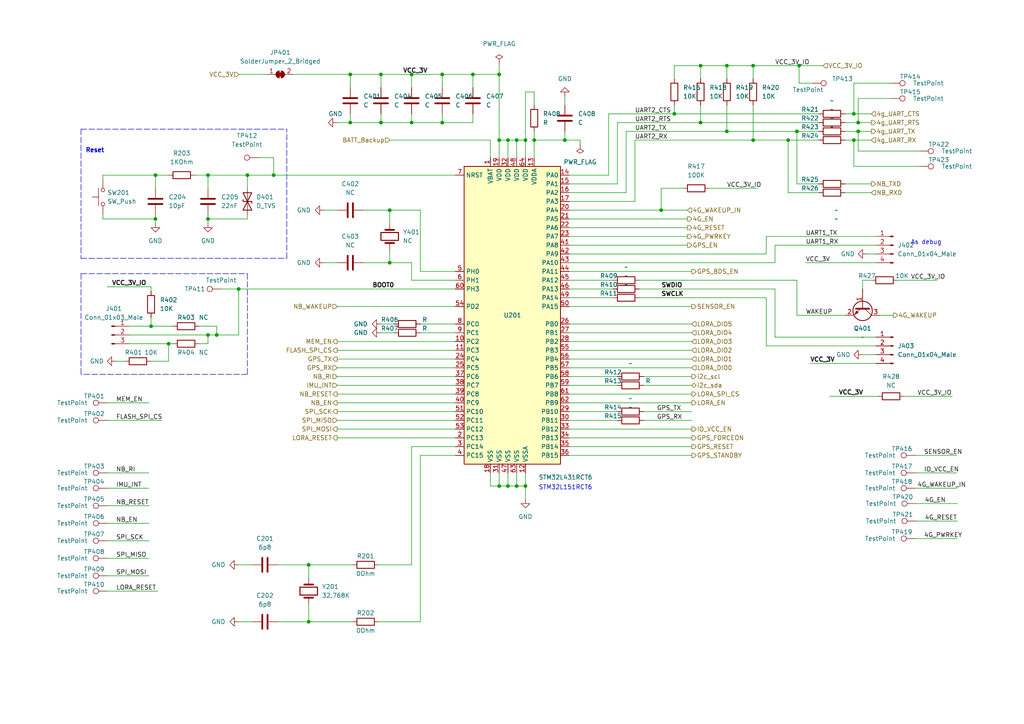
<source format=kicad_sch>
(kicad_sch (version 20211123) (generator eeschema)
  (paper "A4")
  (lib_symbols
    (symbol "Connector:Conn_01x03_Male" (pin_names (offset 1.016) hide)
      (property "Reference" "J" (at 0 5.08 0))
      (property "Value" "Conn_01x03_Male" (at 0 -5.08 0))
      (symbol "Conn_01x03_Male_1_1"
        (polyline (pts (xy 1.27 -2.54) (xy 0.8636 -2.54)) (stroke (width 0.1524)))
        (polyline (pts (xy 1.27 0) (xy 0.8636 0)) (stroke (width 0.1524)))
        (polyline (pts (xy 1.27 2.54) (xy 0.8636 2.54)) (stroke (width 0.1524)))
        (rectangle (start 0.8636 -2.413) (end 0 -2.667) (stroke (width 0.1524)) (fill (type outline)))
        (rectangle (start 0.8636 0.127) (end 0 -0.127) (stroke (width 0.1524)) (fill (type outline)))
        (rectangle (start 0.8636 2.667) (end 0 2.413) (stroke (width 0.1524)) (fill (type outline)))
        (pin passive line (at 5.08 2.54 180) (length 3.81) (name "Pin_1") (number "1"))
        (pin passive line (at 5.08 0 180) (length 3.81) (name "Pin_2") (number "2"))
        (pin passive line (at 5.08 -2.54 180) (length 3.81) (name "Pin_3") (number "3"))
      )
    )
    (symbol "Connector:Conn_01x04_Male" (pin_names (offset 1.016) hide)
      (property "Reference" "J" (at 0 5.08 0))
      (property "Value" "Conn_01x04_Male" (at 0 -7.62 0))
      (symbol "Conn_01x04_Male_1_1"
        (polyline (pts (xy 1.27 -5.08) (xy 0.8636 -5.08)) (stroke (width 0.1524)))
        (polyline (pts (xy 1.27 -2.54) (xy 0.8636 -2.54)) (stroke (width 0.1524)))
        (polyline (pts (xy 1.27 0) (xy 0.8636 0)) (stroke (width 0.1524)))
        (polyline (pts (xy 1.27 2.54) (xy 0.8636 2.54)) (stroke (width 0.1524)))
        (rectangle (start 0.8636 -4.953) (end 0 -5.207) (stroke (width 0.1524)) (fill (type outline)))
        (rectangle (start 0.8636 -2.413) (end 0 -2.667) (stroke (width 0.1524)) (fill (type outline)))
        (rectangle (start 0.8636 0.127) (end 0 -0.127) (stroke (width 0.1524)) (fill (type outline)))
        (rectangle (start 0.8636 2.667) (end 0 2.413) (stroke (width 0.1524)) (fill (type outline)))
        (pin passive line (at 5.08 2.54 180) (length 3.81) (name "Pin_1") (number "1"))
        (pin passive line (at 5.08 0 180) (length 3.81) (name "Pin_2") (number "2"))
        (pin passive line (at 5.08 -2.54 180) (length 3.81) (name "Pin_3") (number "3"))
        (pin passive line (at 5.08 -5.08 180) (length 3.81) (name "Pin_4") (number "4"))
      )
    )
    (symbol "Connector:TestPoint" (pin_numbers hide) (pin_names (offset 0.762) hide)
      (property "Reference" "TP" (at 0 6.858 0))
      (property "Value" "TestPoint" (at 0 5.08 0))
      (symbol "TestPoint_0_1"
        (circle (center 0 3.302) (radius 0.762))
      )
      (symbol "TestPoint_1_1"
        (pin passive line (at 0 0 90) (length 2.54) (name "1") (number "1"))
      )
    )
    (symbol "Device:C" (pin_numbers hide) (pin_names (offset 0.254))
      (property "Reference" "C" (at 0.635 2.54 0))
      (property "Value" "C" (at 0.635 -2.54 0))
      (symbol "C_0_1"
        (polyline (pts (xy -2.032 -0.762) (xy 2.032 -0.762)) (stroke (width 0.508)))
        (polyline (pts (xy -2.032 0.762) (xy 2.032 0.762)) (stroke (width 0.508)))
      )
      (symbol "C_1_1"
        (pin passive line (at 0 3.81 270) (length 2.794) (name "~") (number "1"))
        (pin passive line (at 0 -3.81 90) (length 2.794) (name "~") (number "2"))
      )
    )
    (symbol "Device:Crystal" (pin_numbers hide) (pin_names (offset 1.016) hide)
      (property "Reference" "Y" (at 0 3.81 0))
      (property "Value" "Crystal" (at 0 -3.81 0))
      (symbol "Crystal_0_1"
        (rectangle (start -1.143 2.54) (end 1.143 -2.54) (stroke (width 0.3048)))
        (polyline (pts (xy -2.54 0) (xy -1.905 0)))
        (polyline (pts (xy -1.905 -1.27) (xy -1.905 1.27)) (stroke (width 0.508)))
        (polyline (pts (xy 1.905 -1.27) (xy 1.905 1.27)) (stroke (width 0.508)))
        (polyline (pts (xy 2.54 0) (xy 1.905 0)))
      )
      (symbol "Crystal_1_1"
        (pin passive line (at -3.81 0 0) (length 1.27) (name "1") (number "1"))
        (pin passive line (at 3.81 0 180) (length 1.27) (name "2") (number "2"))
      )
    )
    (symbol "Device:D_TVS" (pin_numbers hide) (pin_names (offset 1.016) hide)
      (property "Reference" "D" (at 0 2.54 0))
      (property "Value" "D_TVS" (at 0 -2.54 0))
      (symbol "D_TVS_0_1"
        (polyline (pts (xy 1.27 0) (xy -1.27 0)))
        (polyline (pts (xy 0.508 1.27) (xy 0 1.27) (xy 0 -1.27) (xy -0.508 -1.27)) (stroke (width 0.254)))
        (polyline (pts (xy -2.54 1.27) (xy -2.54 -1.27) (xy 2.54 1.27) (xy 2.54 -1.27) (xy -2.54 1.27)) (stroke (width 0.254)))
      )
      (symbol "D_TVS_1_1"
        (pin passive line (at -3.81 0 0) (length 2.54) (name "A1") (number "1"))
        (pin passive line (at 3.81 0 180) (length 2.54) (name "A2") (number "2"))
      )
    )
    (symbol "Device:R" (pin_numbers hide) (pin_names (offset 0))
      (property "Reference" "R" (at 2.032 0 90))
      (property "Value" "R" (at 0 0 90))
      (symbol "R_0_1"
        (rectangle (start -1.016 -2.54) (end 1.016 2.54) (stroke (width 0.254)))
      )
      (symbol "R_1_1"
        (pin passive line (at 0 3.81 270) (length 1.27) (name "~") (number "1"))
        (pin passive line (at 0 -3.81 90) (length 1.27) (name "~") (number "2"))
      )
    )
    (symbol "Jumper:SolderJumper_2_Bridged" (pin_names (offset 0) hide)
      (property "Reference" "JP" (at 0 2.032 0))
      (property "Value" "SolderJumper_2_Bridged" (at 0 -2.54 0))
      (symbol "SolderJumper_2_Bridged_0_1"
        (rectangle (start -0.508 0.508) (end 0.508 -0.508) (fill (type outline)))
        (arc (start -0.254 1.016) (mid -1.27 0) (end -0.254 -1.016))
        (arc (start -0.254 1.016) (mid -1.27 0) (end -0.254 -1.016) (fill (type outline)))
        (polyline (pts (xy -0.254 1.016) (xy -0.254 -1.016)))
        (polyline (pts (xy 0.254 1.016) (xy 0.254 -1.016)))
        (arc (start 0.254 -1.016) (mid 1.27 0) (end 0.254 1.016))
        (arc (start 0.254 -1.016) (mid 1.27 0) (end 0.254 1.016) (fill (type outline)))
      )
      (symbol "SolderJumper_2_Bridged_1_1"
        (pin passive line (at -3.81 0 0) (length 2.54) (name "A") (number "1"))
        (pin passive line (at 3.81 0 180) (length 2.54) (name "B") (number "2"))
      )
    )
    (symbol "MCU_ST_STM32L4:STM32L431RCTx"
      (property "Reference" "U" (at -15.24 44.45 0))
      (property "Value" "STM32L431RCTx" (at 7.62 44.45 0))
      (symbol "STM32L431RCTx_0_1"
        (rectangle (start -15.24 -43.18) (end 12.7 43.18) (stroke (width 0.254)) (fill (type background)))
      )
      (symbol "STM32L431RCTx_1_1"
        (pin power_in line (at -7.62 45.72 270) (length 2.54) (name "VBAT") (number "1"))
        (pin bidirectional line (at -17.78 -7.62 0) (length 2.54) (name "PC2") (number "10"))
        (pin bidirectional line (at -17.78 -10.16 0) (length 2.54) (name "PC3") (number "11"))
        (pin power_in line (at 2.54 -45.72 90) (length 2.54) (name "VSSA") (number "12"))
        (pin power_in line (at 5.08 45.72 270) (length 2.54) (name "VDDA") (number "13"))
        (pin bidirectional line (at 15.24 40.64 180) (length 2.54) (name "PA0") (number "14"))
        (pin bidirectional line (at 15.24 38.1 180) (length 2.54) (name "PA1") (number "15"))
        (pin bidirectional line (at 15.24 35.56 180) (length 2.54) (name "PA2") (number "16"))
        (pin bidirectional line (at 15.24 33.02 180) (length 2.54) (name "PA3") (number "17"))
        (pin power_in line (at -7.62 -45.72 90) (length 2.54) (name "VSS") (number "18"))
        (pin power_in line (at -5.08 45.72 270) (length 2.54) (name "VDD") (number "19"))
        (pin bidirectional line (at -17.78 -35.56 0) (length 2.54) (name "PC13") (number "2"))
        (pin bidirectional line (at 15.24 30.48 180) (length 2.54) (name "PA4") (number "20"))
        (pin bidirectional line (at 15.24 27.94 180) (length 2.54) (name "PA5") (number "21"))
        (pin bidirectional line (at 15.24 25.4 180) (length 2.54) (name "PA6") (number "22"))
        (pin bidirectional line (at 15.24 22.86 180) (length 2.54) (name "PA7") (number "23"))
        (pin bidirectional line (at -17.78 -12.7 0) (length 2.54) (name "PC4") (number "24"))
        (pin bidirectional line (at -17.78 -15.24 0) (length 2.54) (name "PC5") (number "25"))
        (pin bidirectional line (at 15.24 -2.54 180) (length 2.54) (name "PB0") (number "26"))
        (pin bidirectional line (at 15.24 -5.08 180) (length 2.54) (name "PB1") (number "27"))
        (pin bidirectional line (at 15.24 -7.62 180) (length 2.54) (name "PB2") (number "28"))
        (pin bidirectional line (at 15.24 -27.94 180) (length 2.54) (name "PB10") (number "29"))
        (pin bidirectional line (at -17.78 -38.1 0) (length 2.54) (name "PC14") (number "3"))
        (pin bidirectional line (at 15.24 -30.48 180) (length 2.54) (name "PB11") (number "30"))
        (pin power_in line (at -5.08 -45.72 90) (length 2.54) (name "VSS") (number "31"))
        (pin power_in line (at -2.54 45.72 270) (length 2.54) (name "VDD") (number "32"))
        (pin bidirectional line (at 15.24 -33.02 180) (length 2.54) (name "PB12") (number "33"))
        (pin bidirectional line (at 15.24 -35.56 180) (length 2.54) (name "PB13") (number "34"))
        (pin bidirectional line (at 15.24 -38.1 180) (length 2.54) (name "PB14") (number "35"))
        (pin bidirectional line (at 15.24 -40.64 180) (length 2.54) (name "PB15") (number "36"))
        (pin bidirectional line (at -17.78 -17.78 0) (length 2.54) (name "PC6") (number "37"))
        (pin bidirectional line (at -17.78 -20.32 0) (length 2.54) (name "PC7") (number "38"))
        (pin bidirectional line (at -17.78 -22.86 0) (length 2.54) (name "PC8") (number "39"))
        (pin bidirectional line (at -17.78 -40.64 0) (length 2.54) (name "PC15") (number "4"))
        (pin bidirectional line (at -17.78 -25.4 0) (length 2.54) (name "PC9") (number "40"))
        (pin bidirectional line (at 15.24 20.32 180) (length 2.54) (name "PA8") (number "41"))
        (pin bidirectional line (at 15.24 17.78 180) (length 2.54) (name "PA9") (number "42"))
        (pin bidirectional line (at 15.24 15.24 180) (length 2.54) (name "PA10") (number "43"))
        (pin bidirectional line (at 15.24 12.7 180) (length 2.54) (name "PA11") (number "44"))
        (pin bidirectional line (at 15.24 10.16 180) (length 2.54) (name "PA12") (number "45"))
        (pin bidirectional line (at 15.24 7.62 180) (length 2.54) (name "PA13") (number "46"))
        (pin power_in line (at -2.54 -45.72 90) (length 2.54) (name "VSS") (number "47"))
        (pin power_in line (at 0 45.72 270) (length 2.54) (name "VDD") (number "48"))
        (pin bidirectional line (at 15.24 5.08 180) (length 2.54) (name "PA14") (number "49"))
        (pin input line (at -17.78 12.7 0) (length 2.54) (name "PH0") (number "5"))
        (pin bidirectional line (at 15.24 2.54 180) (length 2.54) (name "PA15") (number "50"))
        (pin bidirectional line (at -17.78 -27.94 0) (length 2.54) (name "PC10") (number "51"))
        (pin bidirectional line (at -17.78 -30.48 0) (length 2.54) (name "PC11") (number "52"))
        (pin bidirectional line (at -17.78 -33.02 0) (length 2.54) (name "PC12") (number "53"))
        (pin bidirectional line (at -17.78 2.54 0) (length 2.54) (name "PD2") (number "54"))
        (pin bidirectional line (at 15.24 -10.16 180) (length 2.54) (name "PB3") (number "55"))
        (pin bidirectional line (at 15.24 -12.7 180) (length 2.54) (name "PB4") (number "56"))
        (pin bidirectional line (at 15.24 -15.24 180) (length 2.54) (name "PB5") (number "57"))
        (pin bidirectional line (at 15.24 -17.78 180) (length 2.54) (name "PB6") (number "58"))
        (pin bidirectional line (at 15.24 -20.32 180) (length 2.54) (name "PB7") (number "59"))
        (pin input line (at -17.78 10.16 0) (length 2.54) (name "PH1") (number "6"))
        (pin bidirectional line (at -17.78 7.62 0) (length 2.54) (name "PH3") (number "60"))
        (pin bidirectional line (at 15.24 -22.86 180) (length 2.54) (name "PB8") (number "61"))
        (pin bidirectional line (at 15.24 -25.4 180) (length 2.54) (name "PB9") (number "62"))
        (pin power_in line (at 0 -45.72 90) (length 2.54) (name "VSS") (number "63"))
        (pin power_in line (at 2.54 45.72 270) (length 2.54) (name "VDD") (number "64"))
        (pin input line (at -17.78 40.64 0) (length 2.54) (name "NRST") (number "7"))
        (pin bidirectional line (at -17.78 -2.54 0) (length 2.54) (name "PC0") (number "8"))
        (pin bidirectional line (at -17.78 -5.08 0) (length 2.54) (name "PC1") (number "9"))
      )
    )
    (symbol "Switch:SW_Push" (pin_numbers hide) (pin_names (offset 1.016) hide)
      (property "Reference" "SW" (at 1.27 2.54 0))
      (property "Value" "SW_Push" (at 0 -1.524 0))
      (symbol "SW_Push_0_1"
        (circle (center -2.032 0) (radius 0.508))
        (polyline (pts (xy 0 1.27) (xy 0 3.048)))
        (polyline (pts (xy 2.54 1.27) (xy -2.54 1.27)))
        (circle (center 2.032 0) (radius 0.508))
        (pin passive line (at -5.08 0 0) (length 2.54) (name "1") (number "1"))
        (pin passive line (at 5.08 0 180) (length 2.54) (name "2") (number "2"))
      )
    )
    (symbol "Transistor_BJT:MMBT3904" (pin_names (offset 0) hide)
      (property "Reference" "Q" (at 5.08 1.905 0))
      (property "Value" "MMBT3904" (at 5.08 0 0))
      (symbol "MMBT3904_0_1"
        (polyline (pts (xy 0.635 0.635) (xy 2.54 2.54)))
        (polyline (pts (xy 0.635 -0.635) (xy 2.54 -2.54) (xy 2.54 -2.54)))
        (polyline (pts (xy 0.635 1.905) (xy 0.635 -1.905) (xy 0.635 -1.905)) (stroke (width 0.508)))
        (polyline (pts (xy 1.27 -1.778) (xy 1.778 -1.27) (xy 2.286 -2.286) (xy 1.27 -1.778) (xy 1.27 -1.778)) (fill (type outline)))
        (circle (center 1.27 0) (radius 2.8194) (stroke (width 0.254)))
      )
      (symbol "MMBT3904_1_1"
        (pin input line (at -5.08 0 0) (length 5.715) (name "B") (number "1"))
        (pin passive line (at 2.54 -5.08 90) (length 2.54) (name "E") (number "2"))
        (pin passive line (at 2.54 5.08 270) (length 2.54) (name "C") (number "3"))
      )
    )
    (symbol "power:GND" (power) (pin_names (offset 0))
      (property "Value" "GND" (at 0 -3.81 0))
      (symbol "GND_0_1"
        (polyline (pts (xy 0 0) (xy 0 -1.27) (xy 1.27 -1.27) (xy 0 -2.54) (xy -1.27 -1.27) (xy 0 -1.27)))
      )
      (symbol "GND_1_1"
        (pin power_in line (at 0 0 270) (length 0) hide (name "GND") (number "1"))
      )
    )
    (symbol "power:PWR_FLAG" (power) (pin_numbers hide) (pin_names (offset 0) hide)
      (property "Value" "PWR_FLAG" (at 0 3.81 0))
      (symbol "PWR_FLAG_0_0"
        (pin power_out line (at 0 0 90) (length 0) (name "pwr") (number "1"))
      )
      (symbol "PWR_FLAG_0_1"
        (polyline (pts (xy 0 0) (xy 0 1.27) (xy -1.016 1.905) (xy 0 2.54) (xy 1.016 1.905) (xy 0 1.27)))
      )
    )
  )
  (junction (at 43.815 94.615))
  (junction (at 210.82 19.05))
  (junction (at 62.865 97.155))
  (junction (at 231.775 19.05))
  (junction (at 144.78 40.64))
  (junction (at 152.4 40.64))
  (junction (at 119.38 35.56))
  (junction (at 248.92 38.1))
  (junction (at 144.78 21.59))
  (junction (at 149.86 40.64))
  (junction (at 144.78 140.97))
  (junction (at 203.2 19.05))
  (junction (at 218.44 19.05))
  (junction (at 60.325 63.5))
  (junction (at 45.085 50.8))
  (junction (at 101.6 21.59))
  (junction (at 149.86 140.97))
  (junction (at 110.49 35.56))
  (junction (at 191.77 60.96))
  (junction (at 195.58 33.02))
  (junction (at 60.325 97.155))
  (junction (at 137.16 21.59))
  (junction (at 113.03 60.96))
  (junction (at 231.14 38.1))
  (junction (at 48.895 99.695))
  (junction (at 69.215 83.82))
  (junction (at 60.325 50.8))
  (junction (at 163.83 40.64))
  (junction (at 228.6 40.64))
  (junction (at 247.65 40.64))
  (junction (at 247.65 33.02))
  (junction (at 147.32 140.97))
  (junction (at 128.27 21.59))
  (junction (at 110.49 21.59))
  (junction (at 79.375 50.8))
  (junction (at 89.535 163.83))
  (junction (at 89.535 180.34))
  (junction (at 45.085 63.5))
  (junction (at 147.32 40.64))
  (junction (at 71.755 50.8))
  (junction (at 101.6 35.56))
  (junction (at 210.82 38.1))
  (junction (at 203.2 35.56))
  (junction (at 128.27 35.56))
  (junction (at 113.03 76.2))
  (junction (at 248.92 35.56))
  (junction (at 119.38 21.59))
  (junction (at 154.94 40.64))
  (junction (at 218.44 40.64))
  (junction (at 152.4 140.97))
  (wire (pts (xy 119.38 35.56) (xy 110.49 35.56)))
  (wire (pts (xy 184.15 58.42) (xy 184.15 40.64)))
  (wire (pts (xy 119.38 21.59) (xy 119.38 25.4)))
  (wire (pts (xy 250.19 81.28) (xy 250.19 83.82)))
  (wire (pts (xy 210.82 22.86) (xy 210.82 19.05)))
  (wire (pts (xy 45.085 50.8) (xy 29.845 50.8)))
  (wire (pts (xy 258.445 28.575) (xy 248.92 28.575)))
  (wire (pts (xy 262.255 114.935) (xy 276.225 114.935)))
  (wire (pts (xy 85.09 21.59) (xy 101.6 21.59)))
  (wire (pts (xy 93.98 76.2) (xy 97.79 76.2)))
  (wire (pts (xy 110.49 93.98) (xy 114.3 93.98)))
  (wire (pts (xy 248.92 38.1) (xy 252.73 38.1)))
  (wire (pts (xy 97.79 109.22) (xy 132.08 109.22)))
  (wire (pts (xy 89.535 180.34) (xy 102.235 180.34)))
  (wire (pts (xy 60.325 99.695) (xy 60.325 97.155)))
  (polyline (pts (xy 71.755 108.585) (xy 23.495 108.585)))
  (wire (pts (xy 71.755 62.23) (xy 71.755 63.5)))
  (wire (pts (xy 165.1 119.38) (xy 179.07 119.38)))
  (wire (pts (xy 245.11 33.02) (xy 247.65 33.02)))
  (wire (pts (xy 97.79 127) (xy 132.08 127)))
  (wire (pts (xy 203.2 30.48) (xy 203.2 35.56)))
  (wire (pts (xy 228.6 40.64) (xy 237.49 40.64)))
  (wire (pts (xy 222.25 86.36) (xy 222.25 100.33)))
  (wire (pts (xy 97.79 104.14) (xy 132.08 104.14)))
  (wire (pts (xy 252.73 53.34) (xy 245.11 53.34)))
  (wire (pts (xy 165.1 53.34) (xy 179.07 53.34)))
  (wire (pts (xy 252.73 55.88) (xy 245.11 55.88)))
  (wire (pts (xy 152.4 26.67) (xy 152.4 40.64)))
  (wire (pts (xy 31.115 137.16) (xy 43.18 137.16)))
  (wire (pts (xy 109.855 163.83) (xy 119.38 163.83)))
  (wire (pts (xy 152.4 137.16) (xy 152.4 140.97)))
  (wire (pts (xy 121.92 180.34) (xy 121.92 132.08)))
  (wire (pts (xy 31.115 161.925) (xy 43.18 161.925)))
  (wire (pts (xy 48.895 50.8) (xy 45.085 50.8)))
  (wire (pts (xy 218.44 19.05) (xy 231.775 19.05)))
  (wire (pts (xy 224.79 71.12) (xy 254 71.12)))
  (wire (pts (xy 165.1 68.58) (xy 199.39 68.58)))
  (wire (pts (xy 60.325 62.23) (xy 60.325 63.5)))
  (wire (pts (xy 265.43 132.08) (xy 277.495 132.08)))
  (wire (pts (xy 163.83 38.1) (xy 163.83 40.64)))
  (wire (pts (xy 43.815 94.615) (xy 37.465 94.615)))
  (wire (pts (xy 110.49 21.59) (xy 110.49 25.4)))
  (wire (pts (xy 128.27 35.56) (xy 119.38 35.56)))
  (wire (pts (xy 228.6 40.64) (xy 228.6 55.88)))
  (wire (pts (xy 231.14 81.28) (xy 231.14 91.44)))
  (wire (pts (xy 128.27 33.02) (xy 128.27 35.56)))
  (wire (pts (xy 119.38 33.02) (xy 119.38 35.56)))
  (wire (pts (xy 149.86 45.72) (xy 149.86 40.64)))
  (wire (pts (xy 176.53 50.8) (xy 176.53 33.02)))
  (wire (pts (xy 132.08 81.28) (xy 119.38 81.28)))
  (wire (pts (xy 237.49 55.88) (xy 228.6 55.88)))
  (wire (pts (xy 149.86 140.97) (xy 152.4 140.97)))
  (wire (pts (xy 154.94 40.64) (xy 154.94 45.72)))
  (wire (pts (xy 195.58 19.05) (xy 195.58 22.86)))
  (wire (pts (xy 71.755 50.8) (xy 60.325 50.8)))
  (wire (pts (xy 97.79 111.76) (xy 132.08 111.76)))
  (wire (pts (xy 31.115 121.92) (xy 46.99 121.92)))
  (wire (pts (xy 113.03 60.96) (xy 121.92 60.96)))
  (polyline (pts (xy 23.495 37.465) (xy 83.185 37.465)))
  (wire (pts (xy 43.815 84.455) (xy 43.815 83.185)))
  (wire (pts (xy 48.895 104.775) (xy 43.815 104.775)))
  (wire (pts (xy 31.115 171.45) (xy 45.72 171.45)))
  (polyline (pts (xy 23.495 74.93) (xy 83.185 74.93)))
  (wire (pts (xy 210.82 38.1) (xy 231.14 38.1)))
  (wire (pts (xy 152.4 40.64) (xy 149.86 40.64)))
  (wire (pts (xy 110.49 21.59) (xy 119.38 21.59)))
  (wire (pts (xy 80.645 180.34) (xy 89.535 180.34)))
  (wire (pts (xy 74.93 45.72) (xy 79.375 45.72)))
  (wire (pts (xy 62.865 97.155) (xy 69.215 97.155)))
  (wire (pts (xy 165.1 106.68) (xy 200.66 106.68)))
  (wire (pts (xy 69.215 21.59) (xy 77.47 21.59)))
  (wire (pts (xy 29.845 63.5) (xy 45.085 63.5)))
  (wire (pts (xy 165.1 63.5) (xy 199.39 63.5)))
  (wire (pts (xy 165.1 81.28) (xy 177.8 81.28)))
  (wire (pts (xy 258.445 24.13) (xy 247.65 24.13)))
  (wire (pts (xy 165.1 99.06) (xy 200.66 99.06)))
  (wire (pts (xy 265.6552 151.13) (xy 277.7202 151.13)))
  (wire (pts (xy 137.16 21.59) (xy 137.16 25.4)))
  (wire (pts (xy 248.92 28.575) (xy 248.92 35.56)))
  (wire (pts (xy 121.92 96.52) (xy 132.08 96.52)))
  (wire (pts (xy 255.27 91.44) (xy 259.08 91.44)))
  (wire (pts (xy 119.38 129.54) (xy 132.08 129.54)))
  (wire (pts (xy 71.755 50.8) (xy 79.375 50.8)))
  (wire (pts (xy 113.03 76.2) (xy 113.03 72.39)))
  (wire (pts (xy 31.115 141.605) (xy 43.18 141.605)))
  (wire (pts (xy 36.195 104.775) (xy 33.655 104.775)))
  (wire (pts (xy 29.845 62.23) (xy 29.845 63.5)))
  (wire (pts (xy 165.1 116.84) (xy 200.66 116.84)))
  (wire (pts (xy 89.535 163.83) (xy 102.235 163.83)))
  (wire (pts (xy 165.1 88.9) (xy 200.66 88.9)))
  (wire (pts (xy 154.94 38.1) (xy 154.94 40.64)))
  (wire (pts (xy 45.085 63.5) (xy 45.085 64.77)))
  (wire (pts (xy 57.785 94.615) (xy 62.865 94.615)))
  (wire (pts (xy 222.25 100.33) (xy 254 100.33)))
  (wire (pts (xy 186.69 119.38) (xy 200.66 119.38)))
  (wire (pts (xy 149.86 40.64) (xy 147.32 40.64)))
  (wire (pts (xy 165.1 129.54) (xy 200.66 129.54)))
  (wire (pts (xy 248.92 43.815) (xy 248.92 38.1)))
  (wire (pts (xy 60.325 97.155) (xy 37.465 97.155)))
  (wire (pts (xy 191.77 54.61) (xy 198.12 54.61)))
  (wire (pts (xy 60.325 50.8) (xy 60.325 54.61)))
  (wire (pts (xy 69.215 180.34) (xy 73.025 180.34)))
  (wire (pts (xy 144.78 137.16) (xy 144.78 140.97)))
  (wire (pts (xy 97.79 124.46) (xy 132.08 124.46)))
  (wire (pts (xy 93.98 60.96) (xy 97.79 60.96)))
  (wire (pts (xy 233.68 76.2) (xy 254 76.2)))
  (polyline (pts (xy 83.185 74.93) (xy 83.185 37.465)))
  (wire (pts (xy 149.86 137.16) (xy 149.86 140.97)))
  (wire (pts (xy 154.94 30.48) (xy 154.94 26.67)))
  (wire (pts (xy 218.44 19.05) (xy 218.44 22.86)))
  (wire (pts (xy 165.1 124.46) (xy 200.66 124.46)))
  (wire (pts (xy 191.77 60.96) (xy 199.39 60.96)))
  (wire (pts (xy 144.78 45.72) (xy 144.78 40.64)))
  (wire (pts (xy 128.27 21.59) (xy 128.27 25.4)))
  (wire (pts (xy 110.49 96.52) (xy 114.3 96.52)))
  (wire (pts (xy 248.92 35.56) (xy 252.73 35.56)))
  (wire (pts (xy 37.465 99.695) (xy 48.895 99.695)))
  (wire (pts (xy 79.375 45.72) (xy 79.375 50.8)))
  (wire (pts (xy 210.82 19.05) (xy 203.2 19.05)))
  (wire (pts (xy 97.79 114.3) (xy 132.08 114.3)))
  (wire (pts (xy 147.32 140.97) (xy 149.86 140.97)))
  (wire (pts (xy 105.41 60.96) (xy 113.03 60.96)))
  (wire (pts (xy 165.1 96.52) (xy 200.66 96.52)))
  (wire (pts (xy 31.115 83.185) (xy 43.815 83.185)))
  (wire (pts (xy 235.585 24.13) (xy 231.775 24.13)))
  (wire (pts (xy 210.82 30.48) (xy 210.82 38.1)))
  (wire (pts (xy 247.65 48.26) (xy 247.65 40.64)))
  (wire (pts (xy 237.49 53.34) (xy 231.14 53.34)))
  (wire (pts (xy 186.69 121.92) (xy 200.66 121.92)))
  (wire (pts (xy 234.95 105.41) (xy 254 105.41)))
  (wire (pts (xy 218.44 40.64) (xy 228.6 40.64)))
  (wire (pts (xy 265.43 141.605) (xy 277.495 141.605)))
  (wire (pts (xy 176.53 33.02) (xy 195.58 33.02)))
  (wire (pts (xy 165.1 83.82) (xy 177.8 83.82)))
  (wire (pts (xy 121.92 132.08) (xy 132.08 132.08)))
  (wire (pts (xy 137.16 35.56) (xy 128.27 35.56)))
  (wire (pts (xy 121.92 93.98) (xy 132.08 93.98)))
  (wire (pts (xy 62.865 97.155) (xy 60.325 97.155)))
  (wire (pts (xy 31.115 167.005) (xy 43.18 167.005)))
  (wire (pts (xy 165.1 127) (xy 200.66 127)))
  (wire (pts (xy 80.645 163.83) (xy 89.535 163.83)))
  (wire (pts (xy 165.1 50.8) (xy 176.53 50.8)))
  (polyline (pts (xy 23.495 37.465) (xy 23.495 74.93)))
  (wire (pts (xy 224.79 97.79) (xy 254 97.79)))
  (wire (pts (xy 247.65 33.02) (xy 252.73 33.02)))
  (wire (pts (xy 245.11 35.56) (xy 248.92 35.56)))
  (wire (pts (xy 144.78 140.97) (xy 147.32 140.97)))
  (wire (pts (xy 165.1 60.96) (xy 191.77 60.96)))
  (wire (pts (xy 79.375 50.8) (xy 132.08 50.8)))
  (wire (pts (xy 163.83 40.64) (xy 154.94 40.64)))
  (wire (pts (xy 144.78 18.415) (xy 144.78 21.59)))
  (wire (pts (xy 165.1 66.04) (xy 199.39 66.04)))
  (wire (pts (xy 31.115 146.685) (xy 43.18 146.685)))
  (wire (pts (xy 154.94 26.67) (xy 152.4 26.67)))
  (wire (pts (xy 89.535 175.26) (xy 89.535 180.34)))
  (wire (pts (xy 203.2 35.56) (xy 237.49 35.56)))
  (wire (pts (xy 105.41 76.2) (xy 113.03 76.2)))
  (wire (pts (xy 69.215 83.82) (xy 132.08 83.82)))
  (wire (pts (xy 184.15 40.64) (xy 218.44 40.64)))
  (wire (pts (xy 231.14 38.1) (xy 237.49 38.1)))
  (wire (pts (xy 119.38 81.28) (xy 119.38 76.2)))
  (wire (pts (xy 163.83 27.94) (xy 163.83 30.48)))
  (wire (pts (xy 266.7 48.26) (xy 247.65 48.26)))
  (wire (pts (xy 57.785 99.695) (xy 60.325 99.695)))
  (wire (pts (xy 43.815 92.075) (xy 43.815 94.615)))
  (wire (pts (xy 147.32 137.16) (xy 147.32 140.97)))
  (wire (pts (xy 119.38 21.59) (xy 128.27 21.59)))
  (wire (pts (xy 254.635 114.935) (xy 240.665 114.935)))
  (wire (pts (xy 60.325 63.5) (xy 71.755 63.5)))
  (wire (pts (xy 142.24 140.97) (xy 144.78 140.97)))
  (wire (pts (xy 165.1 78.74) (xy 200.66 78.74)))
  (wire (pts (xy 137.16 21.59) (xy 144.78 21.59)))
  (wire (pts (xy 222.25 68.58) (xy 254 68.58)))
  (wire (pts (xy 165.1 86.36) (xy 177.8 86.36)))
  (wire (pts (xy 231.14 38.1) (xy 231.14 53.34)))
  (polyline (pts (xy 71.755 79.375) (xy 71.755 108.585)))
  (wire (pts (xy 60.325 63.5) (xy 60.325 64.77)))
  (wire (pts (xy 247.65 40.64) (xy 252.73 40.64)))
  (wire (pts (xy 97.79 99.06) (xy 132.08 99.06)))
  (wire (pts (xy 191.77 60.96) (xy 191.77 54.61)))
  (wire (pts (xy 218.44 30.48) (xy 218.44 40.64)))
  (wire (pts (xy 250.19 102.87) (xy 254 102.87)))
  (wire (pts (xy 121.92 180.34) (xy 109.855 180.34)))
  (wire (pts (xy 31.115 156.845) (xy 43.18 156.845)))
  (wire (pts (xy 137.16 33.02) (xy 137.16 35.56)))
  (wire (pts (xy 147.32 45.72) (xy 147.32 40.64)))
  (wire (pts (xy 165.1 132.08) (xy 200.66 132.08)))
  (wire (pts (xy 45.085 62.23) (xy 45.085 63.5)))
  (wire (pts (xy 113.03 60.96) (xy 113.03 64.77)))
  (wire (pts (xy 265.43 156.21) (xy 277.495 156.21)))
  (wire (pts (xy 97.79 121.92) (xy 132.08 121.92)))
  (wire (pts (xy 113.03 76.2) (xy 119.38 76.2)))
  (wire (pts (xy 48.895 99.695) (xy 48.895 104.775)))
  (wire (pts (xy 231.14 91.44) (xy 245.11 91.44)))
  (wire (pts (xy 168.275 41.91) (xy 168.275 40.64)))
  (wire (pts (xy 247.65 24.13) (xy 247.65 33.02)))
  (wire (pts (xy 181.61 55.88) (xy 181.61 38.1)))
  (wire (pts (xy 265.6552 146.05) (xy 277.7202 146.05)))
  (wire (pts (xy 266.7 43.815) (xy 248.92 43.815)))
  (wire (pts (xy 56.515 50.8) (xy 60.325 50.8)))
  (wire (pts (xy 185.42 83.82) (xy 224.79 83.82)))
  (wire (pts (xy 179.07 53.34) (xy 179.07 35.56)))
  (wire (pts (xy 185.42 81.28) (xy 231.14 81.28)))
  (wire (pts (xy 45.085 50.8) (xy 45.085 54.61)))
  (wire (pts (xy 97.79 101.6) (xy 132.08 101.6)))
  (wire (pts (xy 147.32 40.64) (xy 144.78 40.64)))
  (wire (pts (xy 71.755 50.8) (xy 71.755 54.61)))
  (wire (pts (xy 113.03 40.64) (xy 142.24 40.64)))
  (wire (pts (xy 165.1 58.42) (xy 184.15 58.42)))
  (wire (pts (xy 205.74 54.61) (xy 219.71 54.61)))
  (wire (pts (xy 48.895 99.695) (xy 50.165 99.695)))
  (wire (pts (xy 43.815 94.615) (xy 50.165 94.615)))
  (wire (pts (xy 251.46 73.66) (xy 254 73.66)))
  (wire (pts (xy 265.43 137.16) (xy 277.495 137.16)))
  (wire (pts (xy 179.07 35.56) (xy 203.2 35.56)))
  (wire (pts (xy 101.6 21.59) (xy 110.49 21.59)))
  (wire (pts (xy 165.1 109.22) (xy 179.07 109.22)))
  (wire (pts (xy 101.6 35.56) (xy 97.79 35.56)))
  (wire (pts (xy 97.79 88.9) (xy 132.08 88.9)))
  (wire (pts (xy 165.1 55.88) (xy 181.61 55.88)))
  (wire (pts (xy 31.115 151.765) (xy 43.18 151.765)))
  (wire (pts (xy 142.24 137.16) (xy 142.24 140.97)))
  (wire (pts (xy 110.49 35.56) (xy 101.6 35.56)))
  (wire (pts (xy 165.1 111.76) (xy 179.07 111.76)))
  (wire (pts (xy 245.11 40.64) (xy 247.65 40.64)))
  (wire (pts (xy 195.58 30.48) (xy 195.58 33.02)))
  (wire (pts (xy 181.61 38.1) (xy 210.82 38.1)))
  (wire (pts (xy 260.35 81.28) (xy 271.78 81.28)))
  (wire (pts (xy 62.865 97.155) (xy 62.865 94.615)))
  (polyline (pts (xy 23.495 79.375) (xy 23.495 108.585)))
  (polyline (pts (xy 23.495 79.375) (xy 71.755 79.375)))
  (wire (pts (xy 231.775 19.05) (xy 231.775 24.13)))
  (wire (pts (xy 224.79 83.82) (xy 224.79 97.79)))
  (wire (pts (xy 119.38 163.83) (xy 119.38 129.54)))
  (wire (pts (xy 231.775 19.05) (xy 238.76 19.05)))
  (wire (pts (xy 31.115 116.84) (xy 43.18 116.84)))
  (wire (pts (xy 132.08 78.74) (xy 121.92 78.74)))
  (wire (pts (xy 101.6 33.02) (xy 101.6 35.56)))
  (wire (pts (xy 165.1 114.3) (xy 200.66 114.3)))
  (wire (pts (xy 203.2 19.05) (xy 203.2 22.86)))
  (wire (pts (xy 245.11 38.1) (xy 248.92 38.1)))
  (wire (pts (xy 142.24 40.64) (xy 142.24 45.72)))
  (wire (pts (xy 165.1 121.92) (xy 179.07 121.92)))
  (wire (pts (xy 128.27 21.59) (xy 137.16 21.59)))
  (wire (pts (xy 110.49 33.02) (xy 110.49 35.56)))
  (wire (pts (xy 97.79 106.68) (xy 132.08 106.68)))
  (wire (pts (xy 29.845 50.8) (xy 29.845 52.07)))
  (wire (pts (xy 163.83 40.64) (xy 168.275 40.64)))
  (wire (pts (xy 101.6 21.59) (xy 101.6 25.4)))
  (wire (pts (xy 144.78 40.64) (xy 144.78 21.59)))
  (wire (pts (xy 89.535 167.64) (xy 89.535 163.83)))
  (wire (pts (xy 121.92 78.74) (xy 121.92 60.96)))
  (wire (pts (xy 69.215 83.82) (xy 69.215 97.155)))
  (wire (pts (xy 210.82 19.05) (xy 218.44 19.05)))
  (wire (pts (xy 165.1 104.14) (xy 200.66 104.14)))
  (wire (pts (xy 97.79 119.38) (xy 132.08 119.38)))
  (wire (pts (xy 69.215 163.83) (xy 73.025 163.83)))
  (wire (pts (xy 252.73 81.28) (xy 250.19 81.28)))
  (wire (pts (xy 152.4 45.72) (xy 152.4 40.64)))
  (wire (pts (xy 165.1 73.66) (xy 222.25 73.66)))
  (wire (pts (xy 165.1 71.12) (xy 199.39 71.12)))
  (wire (pts (xy 97.79 116.84) (xy 132.08 116.84)))
  (wire (pts (xy 185.42 86.36) (xy 222.25 86.36)))
  (wire (pts (xy 224.79 76.2) (xy 224.79 71.12)))
  (wire (pts (xy 222.25 73.66) (xy 222.25 68.58)))
  (wire (pts (xy 186.69 111.76) (xy 200.66 111.76)))
  (wire (pts (xy 186.69 109.22) (xy 200.66 109.22)))
  (wire (pts (xy 152.4 140.97) (xy 152.4 144.78)))
  (wire (pts (xy 203.2 19.05) (xy 195.58 19.05)))
  (wire (pts (xy 165.1 101.6) (xy 200.66 101.6)))
  (wire (pts (xy 165.1 93.98) (xy 200.66 93.98)))
  (wire (pts (xy 165.1 76.2) (xy 224.79 76.2)))
  (wire (pts (xy 195.58 33.02) (xy 237.49 33.02)))
  (wire (pts (xy 64.135 83.82) (xy 69.215 83.82)))
  (text "STM32L151RCT6" (at 156.21 142.24 0) (effects (font (size 1.27 1.27)) (justify left bottom)))
  (text "Reset" (at 24.765 44.45 0) (effects (font (size 1.27 1.27) bold) (justify left bottom)))
  (text "As debug" (at 264.16 71.12 0) (effects (font (size 1.27 1.27)) (justify left bottom)))
  (label "SWCLK" (at 191.77 86.36 0) (effects (font bold)))
  (label "VCC_3V_IO" (at 264.16 81.28 0))
  (label "4G_PWRKEY" (at 267.97 156.21 0))
  (label "SWDIO" (at 191.77 83.82 0) (effects (font bold)))
  (label "VCC_3V_IO" (at 224.79 19.05 0))
  (label "GPS_TX" (at 190.5 119.38 0))
  (label "4G_RESET" (at 268.1952 151.13 0))
  (label "SPI_MISO" (at 33.655 161.925 0))
  (label "VCC_3V_IO" (at 266.065 114.935 0))
  (label "VCC_3V" (at 116.84 21.59 0) (effects (font bold)))
  (label "BOOT0" (at 107.95 83.82 0) (effects (font bold)))
  (label "4G_EN" (at 268.1952 146.05 0))
  (label "UART2_RTS" (at 184.15 35.56 0))
  (label "NB_RESET" (at 33.655 146.685 0))
  (label "UART2_CTS" (at 184.15 33.02 0))
  (label "MEM_EN" (at 33.655 116.84 0))
  (label "IMU_INT" (at 33.655 141.605 0))
  (label "SPI_SCK" (at 33.655 156.845 0))
  (label "SENSOR_EN" (at 267.97 132.08 0))
  (label "VCC_3V" (at 243.205 114.935 0) (effects (font bold)))
  (label "FLASH_SPI_CS" (at 33.655 121.92 0))
  (label "UART1_TX" (at 233.68 68.58 0))
  (label "IO_VCC_EN" (at 267.97 137.16 0))
  (label "VCC_3V_IO" (at 210.82 54.61 0))
  (label "4G_WAKEUP_IN" (at 266.065 141.605 0))
  (label "UART2_RX" (at 184.15 40.64 0))
  (label "VCC_3V_IO" (at 32.385 83.185 0) (effects (font bold)))
  (label "UART2_TX" (at 184.15 38.1 0))
  (label "GPS_RX" (at 190.5 121.92 0))
  (label "NB_EN" (at 33.655 151.765 0))
  (label "VCC_3V" (at 233.68 76.2 0))
  (label "LORA_RESET" (at 33.655 171.45 0))
  (label "VCC_3V" (at 234.95 105.41 0) (effects (font bold)))
  (label "NB_RI" (at 33.655 137.16 0))
  (label "SPI_MOSI" (at 33.655 167.005 0))
  (label "WAKEUP" (at 233.68 91.44 0))
  (label "UART1_RX" (at 233.68 71.12 0))
  (hierarchical_label "GPS_EN" (shape output) (at 199.39 71.12 0))
  (hierarchical_label "NB_RESET" (shape output) (at 97.79 114.3 180))
  (hierarchical_label "i2c_scl" (shape output) (at 200.66 109.22 0))
  (hierarchical_label "VCC_3V" (shape input) (at 69.215 21.59 180))
  (hierarchical_label "NB_EN" (shape output) (at 97.79 116.84 180))
  (hierarchical_label "SENSOR_EN" (shape output) (at 200.66 88.9 0))
  (hierarchical_label "LORA_DIO1" (shape input) (at 200.66 104.14 0))
  (hierarchical_label "NB_TXD" (shape output) (at 252.73 53.34 0))
  (hierarchical_label "BATT_Backup" (shape input) (at 113.03 40.64 180))
  (hierarchical_label "LORA_DIO4" (shape input) (at 200.66 96.52 0))
  (hierarchical_label "IO_VCC_EN" (shape output) (at 200.66 124.46 0))
  (hierarchical_label "4G_WAKEUP_IN" (shape input) (at 199.39 60.96 0))
  (hierarchical_label "IMU_INT" (shape input) (at 97.79 111.76 180))
  (hierarchical_label "i2c_sda" (shape bidirectional) (at 200.66 111.76 0))
  (hierarchical_label "SPI_MISO" (shape input) (at 97.79 121.92 180))
  (hierarchical_label "LORA_DIO0" (shape input) (at 200.66 106.68 0))
  (hierarchical_label "GPS_RX" (shape input) (at 97.79 106.68 180))
  (hierarchical_label "4g_UART_RTS" (shape output) (at 252.73 35.56 0))
  (hierarchical_label "LORA_SPI_CS" (shape output) (at 200.66 114.3 0))
  (hierarchical_label "GPS_FORCEON" (shape output) (at 200.66 127 0))
  (hierarchical_label "4G_RESET" (shape output) (at 199.39 66.04 0))
  (hierarchical_label "SPI_MOSI" (shape output) (at 97.79 124.46 180))
  (hierarchical_label "LORA_DIO2" (shape input) (at 200.66 101.6 0))
  (hierarchical_label "4G_PWRKEY" (shape output) (at 199.39 68.58 0))
  (hierarchical_label "NB_WAKEUP" (shape input) (at 97.79 88.9 180))
  (hierarchical_label "NB_RXD" (shape input) (at 252.73 55.88 0))
  (hierarchical_label "MEM_EN" (shape output) (at 97.79 99.06 180))
  (hierarchical_label "SPI_SCK" (shape output) (at 97.79 119.38 180))
  (hierarchical_label "4G_WAKEUP" (shape output) (at 259.08 91.44 0))
  (hierarchical_label "GPS_STANDBY" (shape output) (at 200.66 132.08 0))
  (hierarchical_label "GPS_BDS_EN" (shape output) (at 200.66 78.74 0))
  (hierarchical_label "4g_UART_CTS" (shape input) (at 252.73 33.02 0))
  (hierarchical_label "4g_UART_TX" (shape output) (at 252.73 38.1 0))
  (hierarchical_label "LORA_RESET" (shape output) (at 97.79 127 180))
  (hierarchical_label "4G_EN" (shape output) (at 199.39 63.5 0))
  (hierarchical_label "LORA_EN" (shape output) (at 200.66 116.84 0))
  (hierarchical_label "LORA_DIO5" (shape input) (at 200.66 93.98 0))
  (hierarchical_label "NB_RI" (shape input) (at 97.79 109.22 180))
  (hierarchical_label "LORA_DIO3" (shape input) (at 200.66 99.06 0))
  (hierarchical_label "GPS_RESET" (shape output) (at 200.66 129.54 0))
  (hierarchical_label "GPS_TX" (shape output) (at 97.79 104.14 180))
  (hierarchical_label "FLASH_SPI_CS" (shape output) (at 97.79 101.6 180))
  (hierarchical_label "4g_UART_RX" (shape input) (at 252.73 40.64 0))
  (hierarchical_label "VCC_3V_IO" (shape input) (at 238.76 19.05 0))
  (symbol (lib_id "Device:R") (at 181.61 86.36 90) (unit 1)
    (property "Reference" "R411" (at 176.53 85.09 90))
    (property "Value" "~" (at 181.61 82.55 90))
  )
  (symbol (lib_id "Connector:TestPoint") (at 31.115 156.845 90) (unit 1)
    (property "Reference" "TP407" (at 27.305 154.94 90))
    (property "Value" "TestPoint" (at 20.955 156.845 90))
  )
  (symbol (lib_id "Jumper:SolderJumper_2_Bridged") (at 81.28 21.59 0) (unit 1)
    (property "Reference" "JP401" (at 81.28 15.24 0))
    (property "Value" "SolderJumper_2_Bridged" (at 81.28 17.78 0))
  )
  (symbol (lib_id "Device:R") (at 182.88 121.92 90) (unit 1)
    (property "Reference" "R415" (at 177.8 120.65 90))
    (property "Value" "~" (at 182.88 118.11 90))
  )
  (symbol (lib_id "Device:R") (at 40.005 104.775 270) (unit 1)
    (property "Reference" "R401" (at 38.735 102.235 90))
    (property "Value" "10K" (at 43.815 102.235 90))
  )
  (symbol (lib_id "Device:R") (at 241.3 55.88 90) (unit 1)
    (property "Reference" "R426" (at 234.95 54.61 90))
    (property "Value" "~" (at 242.57 63.5 90))
  )
  (symbol (lib_id "Device:R") (at 256.54 81.28 90) (unit 1)
    (property "Reference" "R427" (at 251.46 80.01 90))
    (property "Value" "10K" (at 261.62 80.01 90))
  )
  (symbol (lib_id "Device:R") (at 118.11 96.52 90) (unit 1)
    (property "Reference" "R407" (at 113.03 95.25 90))
    (property "Value" "R" (at 123.19 95.25 90))
  )
  (symbol (lib_id "power:PWR_FLAG") (at 144.78 18.415 0) (unit 1)
    (property "Reference" "#FLG0102" (effects hide))
    (property "Value" "PWR_FLAG" (at 144.78 12.7 0))
  )
  (symbol (lib_id "Connector:TestPoint") (at 31.115 167.005 90) (unit 1)
    (property "Reference" "TP409" (at 27.305 165.1 90))
    (property "Value" "TestPoint" (at 20.955 167.005 90))
  )
  (symbol (lib_id "Device:R") (at 241.3 33.02 90) (unit 1)
    (property "Reference" "R421" (at 234.95 31.75 90))
    (property "Value" "~" (at 241.3 29.21 90))
  )
  (symbol (lib_id "Device:C") (at 137.16 29.21 0) (unit 1)
    (property "Reference" "C407" (at 140.97 27.9399 0) (effects (justify left)))
    (property "Value" "C" (at 140.97 30.4799 0) (effects (justify left)))
  )
  (symbol (lib_id "Connector:TestPoint") (at 235.585 24.13 270) (unit 1)
    (property "Reference" "TP413" (at 241.3 22.8599 90) (effects (justify left)))
    (property "Value" "TestPoint" (at 229.87 26.035 90) (effects (justify left)))
  )
  (symbol (lib_id "Connector:TestPoint") (at 266.7 48.26 270) (unit 1)
    (property "Reference" "TP423" (at 269.24 46.355 90) (effects (justify left)))
    (property "Value" "TestPoint" (at 273.05 48.26 90) (effects (justify left)))
  )
  (symbol (lib_id "Device:R") (at 258.445 114.935 90) (unit 1)
    (property "Reference" "R428" (at 258.445 109.22 90))
    (property "Value" "NC" (at 258.445 111.76 90))
  )
  (symbol (lib_id "power:PWR_FLAG") (at 168.275 41.91 180) (unit 1)
    (property "Reference" "#FLG0104" (effects hide))
    (property "Value" "PWR_FLAG" (at 168.275 46.99 0))
  )
  (symbol (lib_id "power:GND") (at 69.215 180.34 270) (unit 1)
    (property "Reference" "#PWR0104" (effects hide))
    (property "Value" "GND" (at 65.405 180.3399 90) (effects (justify right)))
  )
  (symbol (lib_id "Device:C") (at 76.835 163.83 270) (unit 1)
    (property "Reference" "C201" (at 76.835 156.21 90))
    (property "Value" "6p8" (at 76.835 158.75 90))
    (property "Footprint" "Capacitor_SMD:C_0402_1005Metric" (effects hide))
  )
  (symbol (lib_id "Device:R") (at 241.3 38.1 90) (unit 1)
    (property "Reference" "R423" (at 234.95 36.83 90))
    (property "Value" "~" (at 241.3 34.29 90))
  )
  (symbol (lib_id "power:GND") (at 93.98 60.96 270) (unit 1)
    (property "Reference" "#PWR0402" (effects hide))
    (property "Value" "GND" (at 90.17 60.9599 90) (effects (justify right)))
  )
  (symbol (lib_id "Device:R") (at 203.2 26.67 0) (unit 1)
    (property "Reference" "R418" (at 205.74 25.3999 0) (effects (justify left)))
    (property "Value" "10K" (at 205.74 27.9399 0) (effects (justify left)))
  )
  (symbol (lib_id "Device:C") (at 101.6 60.96 270) (unit 1)
    (property "Reference" "C402" (at 101.6 53.34 90))
    (property "Value" "NC" (at 101.6 55.88 90))
    (property "Footprint" "Capacitor_SMD:C_0402_1005Metric" (effects hide))
  )
  (symbol (lib_id "Device:R") (at 241.3 35.56 90) (unit 1)
    (property "Reference" "R422" (at 234.95 34.29 90))
    (property "Value" "~" (at 241.3 31.75 90))
  )
  (symbol (lib_id "power:GND") (at 250.19 102.87 270) (unit 1)
    (property "Reference" "#PWR0409" (effects hide))
    (property "Value" "GND" (at 242.57 102.87 90) (effects (justify left)))
  )
  (symbol (lib_id "Device:R") (at 181.61 83.82 90) (unit 1)
    (property "Reference" "R410" (at 176.5823 82.55 90))
    (property "Value" "~" (at 181.61 80.01 90))
  )
  (symbol (lib_id "Connector:TestPoint") (at 31.115 146.685 90) (unit 1)
    (property "Reference" "TP405" (at 27.305 144.78 90))
    (property "Value" "TestPoint" (at 20.955 146.685 90))
  )
  (symbol (lib_id "Device:R") (at 106.045 180.34 270) (unit 1)
    (property "Reference" "R202" (at 106.045 177.8 90))
    (property "Value" "0Ohm" (at 106.045 182.88 90))
    (property "Footprint" "Resistor_SMD:R_0402_1005Metric" (effects hide))
  )
  (symbol (lib_id "Device:C") (at 60.325 58.42 0) (unit 1)
    (property "Reference" "C205" (at 64.135 57.1499 0) (effects (justify left)))
    (property "Value" "22nF" (at 64.135 59.6899 0) (effects (justify left)))
    (property "Footprint" "Capacitor_SMD:C_0402_1005Metric" (effects hide))
  )
  (symbol (lib_id "power:GND") (at 33.655 104.775 270) (unit 1)
    (property "Reference" "#PWR0401" (effects hide))
    (property "Value" "GND" (at 26.035 104.775 90) (effects (justify left)))
  )
  (symbol (lib_id "Connector:TestPoint") (at 31.115 137.16 90) (unit 1)
    (property "Reference" "TP403" (at 27.305 135.255 90))
    (property "Value" "TestPoint" (at 20.955 137.16 90))
  )
  (symbol (lib_id "Device:Crystal") (at 113.03 68.58 90) (unit 1)
    (property "Reference" "Y401" (at 116.84 67.3099 90) (effects (justify right)))
    (property "Value" "NC" (at 116.84 69.8499 90) (effects (justify right)))
  )
  (symbol (lib_id "power:GND") (at 110.49 93.98 270) (unit 1)
    (property "Reference" "#PWR0406" (effects hide))
    (property "Value" "GND" (at 106.68 93.9799 90) (effects (justify right)))
  )
  (symbol (lib_id "Device:C") (at 76.835 180.34 270) (unit 1)
    (property "Reference" "C202" (at 76.835 172.72 90))
    (property "Value" "6p8" (at 76.835 175.26 90))
    (property "Footprint" "Capacitor_SMD:C_0402_1005Metric" (effects hide))
  )
  (symbol (lib_id "Device:R") (at 43.815 88.265 0) (unit 1)
    (property "Reference" "R402" (at 46.355 86.9949 0) (effects (justify left)))
    (property "Value" "10K" (at 46.355 89.5349 0) (effects (justify left)))
  )
  (symbol (lib_id "Device:R") (at 218.44 26.67 0) (unit 1)
    (property "Reference" "R420" (at 220.98 25.3999 0) (effects (justify left)))
    (property "Value" "10K" (at 220.98 27.9399 0) (effects (justify left)))
  )
  (symbol (lib_id "Connector:Conn_01x03_Male") (at 32.385 97.155 0) (unit 1)
    (property "Reference" "J401" (at 33.02 89.535 0))
    (property "Value" "Conn_01x03_Male" (at 33.02 92.075 0))
  )
  (symbol (lib_id "Device:R") (at 241.3 53.34 90) (unit 1)
    (property "Reference" "R425" (at 234.95 52.07 90))
    (property "Value" "~" (at 242.57 60.96 90))
  )
  (symbol (lib_id "Connector:TestPoint") (at 31.115 141.605 90) (unit 1)
    (property "Reference" "TP404" (at 27.305 139.7 90))
    (property "Value" "TestPoint" (at 20.955 141.605 90))
  )
  (symbol (lib_id "Connector:TestPoint") (at 31.115 121.92 90) (unit 1)
    (property "Reference" "TP402" (at 27.305 120.015 90))
    (property "Value" "TestPoint" (at 20.955 121.92 90))
  )
  (symbol (lib_id "power:GND") (at 45.085 64.77 0) (unit 1)
    (property "Reference" "#PWR0106" (effects hide))
    (property "Value" "GND" (at 45.085 69.85 0))
  )
  (symbol (lib_id "Connector:TestPoint") (at 265.43 132.08 90) (unit 1)
    (property "Reference" "TP416" (at 261.62 130.175 90))
    (property "Value" "TestPoint" (at 255.27 132.08 90))
  )
  (symbol (lib_id "Connector:TestPoint") (at 265.43 156.21 90) (unit 1)
    (property "Reference" "TP419" (at 261.62 154.305 90))
    (property "Value" "TestPoint" (at 255.27 156.21 90))
  )
  (symbol (lib_id "Device:R") (at 195.58 26.67 0) (unit 1)
    (property "Reference" "R416" (at 198.12 25.3999 0) (effects (justify left)))
    (property "Value" "10K" (at 198.12 27.9399 0) (effects (justify left)))
  )
  (symbol (lib_id "Device:R") (at 154.94 34.29 0) (unit 1)
    (property "Reference" "R408" (at 157.48 33.0199 0) (effects (justify left)))
    (property "Value" "R" (at 157.48 35.5599 0) (effects (justify left)))
  )
  (symbol (lib_id "Device:R") (at 241.3 40.64 90) (unit 1)
    (property "Reference" "R424" (at 234.95 39.37 90))
    (property "Value" "~" (at 241.3 36.83 90))
  )
  (symbol (lib_id "Device:C") (at 101.6 76.2 270) (unit 1)
    (property "Reference" "C403" (at 101.6 68.58 90))
    (property "Value" "NC" (at 101.6 71.12 90))
    (property "Footprint" "Capacitor_SMD:C_0402_1005Metric" (effects hide))
  )
  (symbol (lib_id "Device:R") (at 210.82 26.67 0) (unit 1)
    (property "Reference" "R419" (at 213.36 25.3999 0) (effects (justify left)))
    (property "Value" "10K" (at 213.36 27.9399 0) (effects (justify left)))
  )
  (symbol (lib_id "Transistor_BJT:MMBT3904") (at 250.19 88.9 270) (unit 1)
    (property "Reference" "Q401" (at 250.19 95.25 90))
    (property "Value" "~" (at 250.19 97.79 90))
    (property "Datasheet" "https://www.onsemi.com/pub/Collateral/2N3903-D.PDF" (effects hide))
  )
  (symbol (lib_id "Device:C") (at 101.6 29.21 0) (unit 1)
    (property "Reference" "C401" (at 105.41 27.9399 0) (effects (justify left)))
    (property "Value" "C" (at 105.41 30.4799 0) (effects (justify left)))
  )
  (symbol (lib_id "power:GND") (at 60.325 64.77 0) (unit 1)
    (property "Reference" "#PWR0107" (effects hide))
    (property "Value" "GND" (at 60.325 69.85 0))
  )
  (symbol (lib_id "Device:R") (at 106.045 163.83 270) (unit 1)
    (property "Reference" "R201" (at 106.045 161.29 90))
    (property "Value" "0Ohm" (at 106.045 166.37 90))
    (property "Footprint" "Resistor_SMD:R_0402_1005Metric" (effects hide))
  )
  (symbol (lib_id "Device:R") (at 201.93 54.61 90) (unit 1)
    (property "Reference" "R417" (at 201.93 48.26 90))
    (property "Value" "100K" (at 201.93 50.8 90))
  )
  (symbol (lib_id "power:GND") (at 163.83 27.94 180) (unit 1)
    (property "Reference" "#PWR0408" (effects hide))
    (property "Value" "GND" (at 163.83 22.86 0))
  )
  (symbol (lib_id "Connector:TestPoint") (at 265.43 141.605 90) (unit 1)
    (property "Reference" "TP418" (at 261.62 139.7 90))
    (property "Value" "TestPoint" (at 255.27 141.605 90))
  )
  (symbol (lib_id "Connector:TestPoint") (at 31.115 161.925 90) (unit 1)
    (property "Reference" "TP408" (at 27.305 160.02 90))
    (property "Value" "TestPoint" (at 20.955 161.925 90))
  )
  (symbol (lib_id "power:GND") (at 93.98 76.2 270) (unit 1)
    (property "Reference" "#PWR0403" (effects hide))
    (property "Value" "GND" (at 90.17 76.1999 90) (effects (justify right)))
  )
  (symbol (lib_id "power:GND") (at 251.46 73.66 270) (unit 1)
    (property "Reference" "#PWR0410" (effects hide))
    (property "Value" "GND" (at 243.84 73.66 90) (effects (justify left)))
  )
  (symbol (lib_id "Connector:TestPoint") (at 258.445 24.13 270) (unit 1)
    (property "Reference" "TP414" (at 260.985 22.225 90) (effects (justify left)))
    (property "Value" "TestPoint" (at 264.795 24.13 90) (effects (justify left)))
  )
  (symbol (lib_id "Device:Crystal") (at 89.535 171.45 270) (unit 1)
    (property "Reference" "Y201" (at 93.345 170.1799 90) (effects (justify left)))
    (property "Value" "32.768K" (at 93.345 172.7199 90) (effects (justify left)))
    (property "Footprint" "Crystal:Crystal_SMD_3225-4Pin_3.2x2.5mm" (effects hide))
  )
  (symbol (lib_id "power:GND") (at 97.79 35.56 270) (unit 1)
    (property "Reference" "#PWR0404" (effects hide))
    (property "Value" "GND" (at 95.25 33.02 90) (effects (justify left)))
  )
  (symbol (lib_id "Device:C") (at 119.38 29.21 0) (unit 1)
    (property "Reference" "C405" (at 123.19 27.9399 0) (effects (justify left)))
    (property "Value" "C" (at 123.19 30.4799 0) (effects (justify left)))
  )
  (symbol (lib_id "Connector:TestPoint") (at 266.7 43.815 270) (unit 1)
    (property "Reference" "TP422" (at 269.24 41.91 90) (effects (justify left)))
    (property "Value" "TestPoint" (at 273.05 43.815 90) (effects (justify left)))
  )
  (symbol (lib_id "Connector:TestPoint") (at 265.6552 151.13 90) (unit 1)
    (property "Reference" "TP421" (at 261.8452 149.225 90))
    (property "Value" "TestPoint" (at 255.4952 151.13 90))
  )
  (symbol (lib_id "Connector:TestPoint") (at 31.115 171.45 90) (unit 1)
    (property "Reference" "TP410" (at 27.305 169.545 90))
    (property "Value" "TestPoint" (at 20.955 171.45 90))
  )
  (symbol (lib_id "Connector:TestPoint") (at 64.135 83.82 90) (unit 1)
    (property "Reference" "TP411" (at 56.515 83.82 90))
    (property "Value" "TestPoint" (at 64.135 81.28 90))
  )
  (symbol (lib_id "Switch:SW_Push") (at 29.845 57.15 90) (unit 1)
    (property "Reference" "SW201" (at 31.115 55.8799 90) (effects (justify right)))
    (property "Value" "SW_Push" (at 31.115 58.4199 90) (effects (justify right)))
    (property "Footprint" "Button_Switch_SMD:SW_Push_1P1T_NO_6x6mm_H9.5mm" (effects hide))
  )
  (symbol (lib_id "Connector:TestPoint") (at 258.445 28.575 270) (unit 1)
    (property "Reference" "TP415" (at 260.985 26.67 90) (effects (justify left)))
    (property "Value" "TestPoint" (at 264.795 28.575 90) (effects (justify left)))
  )
  (symbol (lib_id "Device:R") (at 52.705 50.8 270) (unit 1)
    (property "Reference" "R203" (at 52.705 44.45 90))
    (property "Value" "1KOhm" (at 52.705 46.99 90))
    (property "Footprint" "Resistor_SMD:R_0402_1005Metric" (effects hide))
  )
  (symbol (lib_id "power:GND") (at 152.4 144.78 0) (unit 1)
    (property "Reference" "#PWR0102" (effects hide))
    (property "Value" "GND" (at 152.4 149.86 0))
  )
  (symbol (lib_id "Device:R") (at 182.88 119.38 90) (unit 1)
    (property "Reference" "R414" (at 177.8 118.11 90))
    (property "Value" "~" (at 182.88 115.57 90))
  )
  (symbol (lib_id "Connector:TestPoint") (at 265.43 137.16 90) (unit 1)
    (property "Reference" "TP417" (at 261.62 135.255 90))
    (property "Value" "TestPoint" (at 255.27 137.16 90))
  )
  (symbol (lib_id "Connector:Conn_01x04_Male") (at 259.08 100.33 0) (mirror y) (unit 1)
    (property "Reference" "J403" (at 260.35 100.3299 0) (effects (justify right)))
    (property "Value" "Conn_01x04_Male" (at 260.35 102.8699 0) (effects (justify right)))
  )
  (symbol (lib_id "Connector:TestPoint") (at 265.6552 146.05 90) (unit 1)
    (property "Reference" "TP420" (at 261.8452 144.145 90))
    (property "Value" "TestPoint" (at 255.4952 146.05 90))
  )
  (symbol (lib_id "Connector:TestPoint") (at 31.115 116.84 90) (unit 1)
    (property "Reference" "TP401" (at 27.305 114.935 90))
    (property "Value" "TestPoint" (at 20.955 116.84 90))
  )
  (symbol (lib_id "Device:R") (at 182.88 109.22 90) (unit 1)
    (property "Reference" "R412" (at 177.8 107.95 90))
    (property "Value" "~" (at 182.88 105.41 90))
  )
  (symbol (lib_id "Device:R") (at 118.11 93.98 90) (unit 1)
    (property "Reference" "R406" (at 113.03 92.71 90))
    (property "Value" "R" (at 123.19 92.71 90))
  )
  (symbol (lib_id "Connector:TestPoint") (at 31.115 151.765 90) (unit 1)
    (property "Reference" "TP406" (at 27.305 149.86 90))
    (property "Value" "TestPoint" (at 20.955 151.765 90))
  )
  (symbol (lib_id "Device:C") (at 45.085 58.42 0) (unit 1)
    (property "Reference" "C204" (at 48.895 57.1499 0) (effects (justify left)))
    (property "Value" "10pF" (at 48.895 59.6899 0) (effects (justify left)))
    (property "Footprint" "Capacitor_SMD:C_0402_1005Metric" (effects hide))
  )
  (symbol (lib_id "power:GND") (at 110.49 96.52 270) (unit 1)
    (property "Reference" "#PWR0407" (effects hide))
    (property "Value" "GND" (at 106.68 96.5199 90) (effects (justify right)))
  )
  (symbol (lib_id "Connector:Conn_01x04_Male") (at 259.08 71.12 0) (mirror y) (unit 1)
    (property "Reference" "J402" (at 260.35 71.1199 0) (effects (justify right)))
    (property "Value" "Conn_01x04_Male" (at 260.35 73.6599 0) (effects (justify right)))
  )
  (symbol (lib_id "Device:R") (at 181.61 81.28 90) (unit 1)
    (property "Reference" "R409" (at 176.5823 80.01 90))
    (property "Value" "~" (at 181.61 77.47 90))
  )
  (symbol (lib_id "Device:C") (at 110.49 29.21 0) (unit 1)
    (property "Reference" "C404" (at 114.3 27.9399 0) (effects (justify left)))
    (property "Value" "C" (at 114.3 30.4799 0) (effects (justify left)))
  )
  (symbol (lib_id "Device:R") (at 182.88 111.76 90) (unit 1)
    (property "Reference" "R413" (at 177.8 110.49 90))
    (property "Value" "R" (at 187.96 110.49 90))
  )
  (symbol (lib_id "Connector:TestPoint") (at 74.93 45.72 90) (unit 1)
    (property "Reference" "TP412" (at 71.628 39.37 90))
    (property "Value" "TestPoint" (at 71.628 41.91 90))
  )
  (symbol (lib_id "Device:R") (at 53.975 94.615 90) (unit 1)
    (property "Reference" "R403" (at 53.975 92.075 90))
    (property "Value" "NC" (at 59.055 92.075 90))
  )
  (symbol (lib_id "Device:C") (at 163.83 34.29 0) (unit 1)
    (property "Reference" "C408" (at 167.64 33.0199 0) (effects (justify left)))
    (property "Value" "C" (at 167.64 35.5599 0) (effects (justify left)))
  )
  (symbol (lib_id "power:GND") (at 69.215 163.83 270) (unit 1)
    (property "Reference" "#PWR0105" (effects hide))
    (property "Value" "GND" (at 65.405 163.8299 90) (effects (justify right)))
  )
  (symbol (lib_id "MCU_ST_STM32L4:STM32L431RCTx") (at 149.86 91.44 0) (unit 1)
    (property "Reference" "U201" (at 146.05 91.44 0) (effects (justify left)))
    (property "Value" "STM32L431RCT6" (at 156.21 138.43 0) (effects (justify left)))
    (property "Footprint" "Package_QFP:LQFP-64_10x10mm_P0.5mm" (effects hide))
    (property "Datasheet" "http://www.st.com/st-web-ui/static/active/en/resource/technical/document/datasheet/DM00257211.pdf" (effects hide))
  )
  (symbol (lib_id "Device:R") (at 53.975 99.695 90) (unit 1)
    (property "Reference" "R404" (at 53.975 102.235 90))
    (property "Value" "NC" (at 59.055 102.235 90))
  )
  (symbol (lib_id "Device:C") (at 128.27 29.21 0) (unit 1)
    (property "Reference" "C406" (at 132.08 27.9399 0) (effects (justify left)))
    (property "Value" "C" (at 132.08 30.4799 0) (effects (justify left)))
  )
  (symbol (lib_id "Device:D_TVS") (at 71.755 58.42 90) (unit 1)
    (property "Reference" "D401" (at 74.295 57.1499 90) (effects (justify right)))
    (property "Value" "D_TVS" (at 74.295 59.6899 90) (effects (justify right)))
  )
)
</source>
